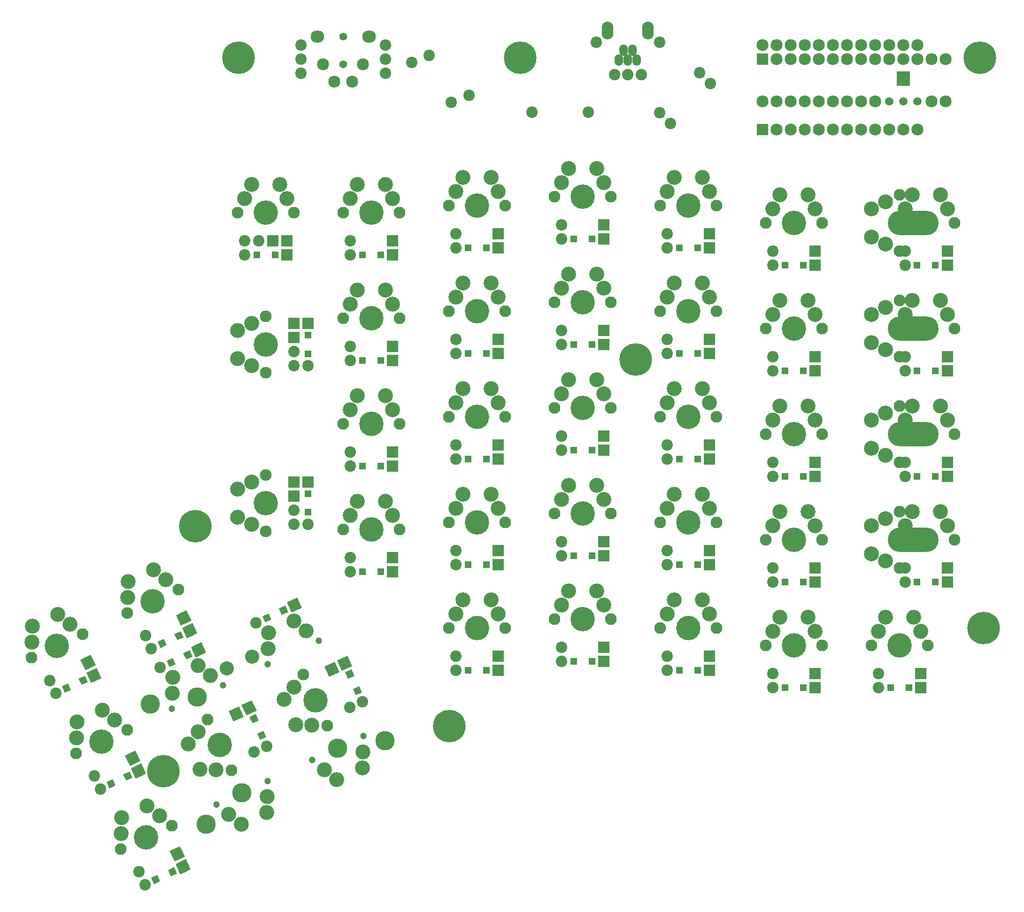
<source format=gts>
G04 #@! TF.FileFunction,Soldermask,Top*
%FSLAX46Y46*%
G04 Gerber Fmt 4.6, Leading zero omitted, Abs format (unit mm)*
G04 Created by KiCad (PCBNEW (2016-11-25 revision 30df041)-makepkg) date 12/05/16 22:00:37*
%MOMM*%
%LPD*%
G01*
G04 APERTURE LIST*
%ADD10C,0.150000*%
%ADD11C,2.159000*%
%ADD12R,2.159000X2.159000*%
%ADD13C,1.498600*%
%ADD14C,2.057400*%
%ADD15C,1.244600*%
%ADD16R,2.057400X2.057400*%
%ADD17O,1.549400X2.057400*%
%ADD18O,2.108200X3.200400*%
%ADD19C,2.692400*%
%ADD20C,1.193800*%
%ADD21C,3.479800*%
%ADD22R,2.438400X1.422400*%
%ADD23O,2.463800X2.159000*%
%ADD24C,1.397000*%
%ADD25C,2.540000*%
%ADD26C,5.867400*%
%ADD27C,2.108200*%
%ADD28C,2.689860*%
%ADD29R,1.244600X1.244600*%
%ADD30C,2.687320*%
%ADD31O,9.156700X4.394200*%
%ADD32C,4.394200*%
G04 APERTURE END LIST*
D10*
D11*
X164465000Y-37465000D03*
X167005000Y-37465000D03*
X169545000Y-37465000D03*
X172085000Y-37465000D03*
X174625000Y-37465000D03*
X177165000Y-37465000D03*
X179705000Y-37465000D03*
X182245000Y-37465000D03*
X184785000Y-37465000D03*
X187325000Y-37465000D03*
X189865000Y-37465000D03*
X192405000Y-37465000D03*
X194945000Y-37465000D03*
D12*
X161925000Y-37465000D03*
D11*
X194945000Y-45085000D03*
X192405000Y-45085000D03*
D13*
X189865000Y-45085000D03*
X187325000Y-45085000D03*
X184785000Y-45085000D03*
D11*
X182245000Y-45085000D03*
X179705000Y-45085000D03*
X177165000Y-45085000D03*
X174625000Y-45085000D03*
X172085000Y-45085000D03*
X169545000Y-45085000D03*
X167005000Y-45085000D03*
X164465000Y-45085000D03*
X161925000Y-45085000D03*
D14*
X53341367Y-147187736D03*
D15*
X55286576Y-146280670D03*
D10*
G36*
X54985576Y-147107661D02*
X54459585Y-145979670D01*
X55587576Y-145453679D01*
X56113567Y-146581670D01*
X54985576Y-147107661D01*
X54985576Y-147107661D01*
G37*
D14*
X60247433Y-143967384D03*
D10*
G36*
X59749862Y-145334450D02*
X58880367Y-143469813D01*
X60745004Y-142600318D01*
X61614499Y-144464955D01*
X59749862Y-145334450D01*
X59749862Y-145334450D01*
G37*
D15*
X58302224Y-144874450D03*
D10*
G36*
X58001224Y-145701441D02*
X57475233Y-144573450D01*
X58603224Y-144047459D01*
X59129215Y-145175450D01*
X58001224Y-145701441D01*
X58001224Y-145701441D01*
G37*
D14*
X70605747Y-139135936D03*
D15*
X72550956Y-138228870D03*
D10*
G36*
X72249956Y-139055861D02*
X71723965Y-137927870D01*
X72851956Y-137401879D01*
X73377947Y-138529870D01*
X72249956Y-139055861D01*
X72249956Y-139055861D01*
G37*
D14*
X77511813Y-135915584D03*
D10*
G36*
X77014242Y-137282650D02*
X76144747Y-135418013D01*
X78009384Y-134548518D01*
X78878879Y-136413155D01*
X77014242Y-137282650D01*
X77014242Y-137282650D01*
G37*
D15*
X75566604Y-136822650D03*
D10*
G36*
X75265604Y-137649641D02*
X74739613Y-136521650D01*
X75867604Y-135995659D01*
X76393595Y-137123650D01*
X75265604Y-137649641D01*
X75265604Y-137649641D01*
G37*
D14*
X77470000Y-118755160D03*
D16*
X77470000Y-116215160D03*
D14*
X77470000Y-90180160D03*
D16*
X77470000Y-87640160D03*
D14*
X71120000Y-70180200D03*
D16*
X73660000Y-70180200D03*
D17*
X139242800Y-37553900D03*
X138442700Y-35806380D03*
X137642600Y-37553900D03*
X136842500Y-35806380D03*
X136042400Y-37553900D03*
D18*
X133995160Y-32230060D03*
X141290040Y-32230060D03*
D14*
X140055600Y-40259000D03*
X143357600Y-34417000D03*
X137642600Y-40259000D03*
X131927600Y-34417000D03*
X135229600Y-40259000D03*
D19*
X77434621Y-138754526D03*
X72753017Y-143740174D03*
D20*
X72675456Y-146578921D03*
X81883544Y-142285119D03*
D19*
X79659082Y-140519823D03*
X72830577Y-140901427D03*
X60170241Y-146806326D03*
X55488637Y-151791974D03*
D21*
X60015120Y-152483820D03*
D20*
X55411076Y-154630721D03*
X64619164Y-150336919D03*
D19*
X62394702Y-148571623D03*
X55566197Y-148953227D03*
X85176179Y-167376434D03*
X89857783Y-162390786D03*
D21*
X85331300Y-161698940D03*
D20*
X89935344Y-159552039D03*
X80727256Y-163845841D03*
D19*
X82951718Y-165611137D03*
X89780223Y-165229533D03*
X67909259Y-175425694D03*
X72590863Y-170440046D03*
D21*
X68064380Y-169748200D03*
D20*
X72668424Y-167601299D03*
X63460336Y-171895101D03*
D19*
X65684798Y-173660397D03*
X72513303Y-173278793D03*
D14*
X152499602Y-41810398D03*
X145315398Y-48994602D03*
X150594602Y-39905398D03*
X143410398Y-47089602D03*
X130492500Y-46990000D03*
X120332500Y-46990000D03*
X101817898Y-36730398D03*
X109002102Y-43914602D03*
X98642898Y-38000398D03*
X105827102Y-45184602D03*
X78740000Y-40005000D03*
X78740000Y-37465000D03*
X78740000Y-34925000D03*
X93980000Y-40005000D03*
X93980000Y-37465000D03*
X93980000Y-34925000D03*
D12*
X161925000Y-50165000D03*
D11*
X164465000Y-50165000D03*
X167005000Y-50165000D03*
X169545000Y-50165000D03*
X172085000Y-50165000D03*
X174625000Y-50165000D03*
X177165000Y-50165000D03*
X179705000Y-50165000D03*
X182245000Y-50165000D03*
X184785000Y-50165000D03*
X187325000Y-50165000D03*
X189865000Y-50165000D03*
X189865000Y-34925000D03*
X187325000Y-34925000D03*
X184785000Y-34925000D03*
X182245000Y-34925000D03*
X179705000Y-34925000D03*
X177165000Y-34925000D03*
X174625000Y-34925000D03*
X167005000Y-34925000D03*
X164465000Y-34925000D03*
X161925000Y-34925000D03*
X172085000Y-34925000D03*
X169545000Y-34925000D03*
D22*
X187325000Y-40322500D03*
X187325000Y-41592500D03*
D23*
X90957400Y-33375600D03*
D11*
X82702400Y-38379400D03*
X87909400Y-41478200D03*
D23*
X81661000Y-33375600D03*
D11*
X84709000Y-41478200D03*
X89916000Y-38379400D03*
D24*
X86309200Y-33375600D03*
X86309200Y-38379400D03*
D25*
X69927083Y-145197966D03*
D21*
X93829648Y-160396270D03*
D25*
X65323823Y-147345789D03*
D21*
X61602126Y-175425496D03*
X51511692Y-153786490D03*
D26*
X53898800Y-165836600D03*
X59664600Y-121666000D03*
X105435400Y-157759400D03*
X201777600Y-140055600D03*
X139039600Y-91592400D03*
X201142600Y-37134800D03*
X118211600Y-37134800D03*
X67411600Y-37134800D03*
D19*
X193992500Y-80972660D03*
X187642500Y-83512660D03*
D27*
X196532500Y-86052660D03*
D28*
X195262500Y-83512660D03*
D19*
X188912500Y-80972660D03*
D14*
X187642500Y-91132660D03*
D16*
X195262500Y-91132660D03*
D14*
X187642500Y-93672660D03*
D16*
X195262500Y-93672660D03*
D29*
X189788800Y-93672660D03*
X193116200Y-93672660D03*
D30*
X181610000Y-83512660D03*
X184150000Y-82242660D03*
X184150000Y-89862660D03*
X181610000Y-88592660D03*
D31*
X189069980Y-86052660D03*
D27*
X186690000Y-91132660D03*
X186690000Y-80972660D03*
D19*
X193992500Y-119072660D03*
X187642500Y-121612660D03*
D27*
X196532500Y-124152660D03*
D28*
X195262500Y-121612660D03*
D19*
X188912500Y-119072660D03*
D14*
X187642500Y-129232660D03*
D16*
X195262500Y-129232660D03*
D14*
X187642500Y-131772660D03*
D16*
X195262500Y-131772660D03*
D29*
X189788800Y-131772660D03*
X193116200Y-131772660D03*
D30*
X181610000Y-121612660D03*
X184150000Y-120342660D03*
X184150000Y-127962660D03*
X181610000Y-126692660D03*
D31*
X189069980Y-124152660D03*
D27*
X186690000Y-129232660D03*
X186690000Y-119072660D03*
D19*
X193992500Y-61925200D03*
X187642500Y-64465200D03*
D27*
X196532500Y-67005200D03*
D28*
X195262500Y-64465200D03*
D19*
X188912500Y-61925200D03*
D14*
X187642500Y-72085200D03*
D16*
X195262500Y-72085200D03*
D14*
X187642500Y-74625200D03*
D16*
X195262500Y-74625200D03*
D29*
X189788800Y-74625200D03*
X193116200Y-74625200D03*
D30*
X181610000Y-64465200D03*
X184150000Y-63195200D03*
X184150000Y-70815200D03*
X181610000Y-69545200D03*
D31*
X189069980Y-67005200D03*
D27*
X186690000Y-72085200D03*
X186690000Y-61925200D03*
D19*
X193992500Y-100022660D03*
X187642500Y-102562660D03*
D27*
X196532500Y-105102660D03*
D28*
X195262500Y-102562660D03*
D19*
X188912500Y-100022660D03*
D14*
X187642500Y-110182660D03*
D16*
X195262500Y-110182660D03*
D14*
X187642500Y-112722660D03*
D16*
X195262500Y-112722660D03*
D29*
X189788800Y-112722660D03*
X193116200Y-112722660D03*
D30*
X181610000Y-102562660D03*
X184150000Y-101292660D03*
X184150000Y-108912660D03*
X181610000Y-107642660D03*
D31*
X189069980Y-105102660D03*
D27*
X186690000Y-110182660D03*
X186690000Y-100022660D03*
D19*
X93980000Y-60020200D03*
X87630000Y-62560200D03*
D32*
X91440000Y-65100200D03*
D27*
X86360000Y-65100200D03*
X96520000Y-65100200D03*
D19*
X95250000Y-62560200D03*
X88900000Y-60020200D03*
D14*
X87630000Y-70180200D03*
D16*
X95250000Y-70180200D03*
D14*
X87630000Y-72720200D03*
D16*
X95250000Y-72720200D03*
D29*
X89776300Y-72720200D03*
X93103700Y-72720200D03*
D19*
X151130000Y-77797660D03*
X144780000Y-80337660D03*
D32*
X148590000Y-82877660D03*
D27*
X143510000Y-82877660D03*
X153670000Y-82877660D03*
D19*
X152400000Y-80337660D03*
X146050000Y-77797660D03*
D14*
X144780000Y-87957660D03*
D16*
X152400000Y-87957660D03*
D14*
X144780000Y-90497660D03*
D16*
X152400000Y-90497660D03*
D29*
X146926300Y-90497660D03*
X150253700Y-90497660D03*
D19*
X58360986Y-160962159D03*
X63346634Y-165643763D03*
D32*
X64038480Y-161117280D03*
D27*
X66185381Y-165721324D03*
X61891579Y-156513236D03*
D19*
X60126283Y-158737698D03*
X60507887Y-165566203D03*
D14*
X70252699Y-162423412D03*
X67032348Y-155517347D03*
D10*
G36*
X68399414Y-156014918D02*
X66534777Y-156884413D01*
X65665282Y-155019776D01*
X67529919Y-154150281D01*
X68399414Y-156014918D01*
X68399414Y-156014918D01*
G37*
D14*
X72554721Y-161349962D03*
X69334370Y-154443896D03*
D10*
G36*
X70701436Y-154941467D02*
X68836799Y-155810962D01*
X67967304Y-153946325D01*
X69831941Y-153076830D01*
X70701436Y-154941467D01*
X70701436Y-154941467D01*
G37*
D15*
X71647655Y-159404753D03*
D10*
G36*
X72474646Y-159705753D02*
X71346655Y-160231744D01*
X70820664Y-159103753D01*
X71948655Y-158577762D01*
X72474646Y-159705753D01*
X72474646Y-159705753D01*
G37*
D15*
X70241435Y-156389105D03*
D10*
G36*
X71068426Y-156690105D02*
X69940435Y-157216096D01*
X69414444Y-156088105D01*
X70542435Y-155562114D01*
X71068426Y-156690105D01*
X71068426Y-156690105D01*
G37*
D19*
X75625366Y-152910359D03*
X80611014Y-157591963D03*
D32*
X81302860Y-153065480D03*
D27*
X83449761Y-157669524D03*
X79155959Y-148461436D03*
D19*
X77390663Y-150685898D03*
X77772267Y-157514403D03*
D14*
X87517079Y-154371612D03*
X84296728Y-147465547D03*
D10*
G36*
X85663794Y-147963118D02*
X83799157Y-148832613D01*
X82929662Y-146967976D01*
X84794299Y-146098481D01*
X85663794Y-147963118D01*
X85663794Y-147963118D01*
G37*
D14*
X89819101Y-153298162D03*
X86598750Y-146392096D03*
D10*
G36*
X87965816Y-146889667D02*
X86101179Y-147759162D01*
X85231684Y-145894525D01*
X87096321Y-145025030D01*
X87965816Y-146889667D01*
X87965816Y-146889667D01*
G37*
D15*
X88912035Y-151352953D03*
D10*
G36*
X89739026Y-151653953D02*
X88611035Y-152179944D01*
X88085044Y-151051953D01*
X89213035Y-150525962D01*
X89739026Y-151653953D01*
X89739026Y-151653953D01*
G37*
D15*
X87505815Y-148337305D03*
D10*
G36*
X88332806Y-148638305D02*
X87204815Y-149164296D01*
X86678824Y-148036305D01*
X87806815Y-147510314D01*
X88332806Y-148638305D01*
X88332806Y-148638305D01*
G37*
D19*
X113030000Y-134947660D03*
X106680000Y-137487660D03*
D32*
X110490000Y-140027660D03*
D27*
X105410000Y-140027660D03*
X115570000Y-140027660D03*
D19*
X114300000Y-137487660D03*
X107950000Y-134947660D03*
D14*
X106680000Y-145107660D03*
D16*
X114300000Y-145107660D03*
D14*
X106680000Y-147647660D03*
D16*
X114300000Y-147647660D03*
D29*
X108826300Y-147647660D03*
X112153700Y-147647660D03*
D19*
X132080000Y-133350000D03*
X125730000Y-135890000D03*
D32*
X129540000Y-138430000D03*
D27*
X124460000Y-138430000D03*
X134620000Y-138430000D03*
D19*
X133350000Y-135890000D03*
X127000000Y-133350000D03*
D14*
X125730000Y-143510000D03*
D16*
X133350000Y-143510000D03*
D14*
X125730000Y-146050000D03*
D16*
X133350000Y-146050000D03*
D29*
X127876300Y-146050000D03*
X131203700Y-146050000D03*
D19*
X170180000Y-138122660D03*
X163830000Y-140662660D03*
D32*
X167640000Y-143202660D03*
D27*
X162560000Y-143202660D03*
X172720000Y-143202660D03*
D19*
X171450000Y-140662660D03*
X165100000Y-138122660D03*
D14*
X163830000Y-148282660D03*
D16*
X171450000Y-148282660D03*
D14*
X163830000Y-150822660D03*
D16*
X171450000Y-150822660D03*
D29*
X165976300Y-150822660D03*
X169303700Y-150822660D03*
D19*
X93980000Y-117167660D03*
X87630000Y-119707660D03*
D32*
X91440000Y-122247660D03*
D27*
X86360000Y-122247660D03*
X96520000Y-122247660D03*
D19*
X95250000Y-119707660D03*
X88900000Y-117167660D03*
D14*
X87630000Y-127327660D03*
D16*
X95250000Y-127327660D03*
D14*
X87630000Y-129867660D03*
D16*
X95250000Y-129867660D03*
D29*
X89776300Y-129867660D03*
X93103700Y-129867660D03*
D19*
X113030000Y-115897660D03*
X106680000Y-118437660D03*
D32*
X110490000Y-120977660D03*
D27*
X105410000Y-120977660D03*
X115570000Y-120977660D03*
D19*
X114300000Y-118437660D03*
X107950000Y-115897660D03*
D14*
X106680000Y-126057660D03*
D16*
X114300000Y-126057660D03*
D14*
X106680000Y-128597660D03*
D16*
X114300000Y-128597660D03*
D29*
X108826300Y-128597660D03*
X112153700Y-128597660D03*
D19*
X132080000Y-114300000D03*
X125730000Y-116840000D03*
D32*
X129540000Y-119380000D03*
D27*
X124460000Y-119380000D03*
X134620000Y-119380000D03*
D19*
X133350000Y-116840000D03*
X127000000Y-114300000D03*
D14*
X125730000Y-124460000D03*
D16*
X133350000Y-124460000D03*
D14*
X125730000Y-127000000D03*
D16*
X133350000Y-127000000D03*
D29*
X127876300Y-127000000D03*
X131203700Y-127000000D03*
D19*
X151130000Y-115897660D03*
X144780000Y-118437660D03*
D32*
X148590000Y-120977660D03*
D27*
X143510000Y-120977660D03*
X153670000Y-120977660D03*
D19*
X152400000Y-118437660D03*
X146050000Y-115897660D03*
D14*
X144780000Y-126057660D03*
D16*
X152400000Y-126057660D03*
D14*
X144780000Y-128597660D03*
D16*
X152400000Y-128597660D03*
D29*
X146926300Y-128597660D03*
X150253700Y-128597660D03*
D19*
X170180000Y-119072660D03*
X163830000Y-121612660D03*
D32*
X167640000Y-124152660D03*
D27*
X162560000Y-124152660D03*
X172720000Y-124152660D03*
D19*
X171450000Y-121612660D03*
X165100000Y-119072660D03*
D14*
X163830000Y-129232660D03*
D16*
X171450000Y-129232660D03*
D14*
X163830000Y-131772660D03*
D16*
X171450000Y-131772660D03*
D29*
X165976300Y-131772660D03*
X169303700Y-131772660D03*
D19*
X93980000Y-98117660D03*
X87630000Y-100657660D03*
D32*
X91440000Y-103197660D03*
D27*
X86360000Y-103197660D03*
X96520000Y-103197660D03*
D19*
X95250000Y-100657660D03*
X88900000Y-98117660D03*
D14*
X87630000Y-108277660D03*
D16*
X95250000Y-108277660D03*
D14*
X87630000Y-110817660D03*
D16*
X95250000Y-110817660D03*
D29*
X89776300Y-110817660D03*
X93103700Y-110817660D03*
D19*
X113030000Y-96847660D03*
X106680000Y-99387660D03*
D32*
X110490000Y-101927660D03*
D27*
X105410000Y-101927660D03*
X115570000Y-101927660D03*
D19*
X114300000Y-99387660D03*
X107950000Y-96847660D03*
D14*
X106680000Y-107007660D03*
D16*
X114300000Y-107007660D03*
D14*
X106680000Y-109547660D03*
D16*
X114300000Y-109547660D03*
D29*
X108826300Y-109547660D03*
X112153700Y-109547660D03*
D19*
X132080000Y-95250000D03*
X125730000Y-97790000D03*
D32*
X129540000Y-100330000D03*
D27*
X124460000Y-100330000D03*
X134620000Y-100330000D03*
D19*
X133350000Y-97790000D03*
X127000000Y-95250000D03*
D14*
X125730000Y-105410000D03*
D16*
X133350000Y-105410000D03*
D14*
X125730000Y-107950000D03*
D16*
X133350000Y-107950000D03*
D29*
X127876300Y-107950000D03*
X131203700Y-107950000D03*
D19*
X151130000Y-96847660D03*
X144780000Y-99387660D03*
D32*
X148590000Y-101927660D03*
D27*
X143510000Y-101927660D03*
X153670000Y-101927660D03*
D19*
X152400000Y-99387660D03*
X146050000Y-96847660D03*
D14*
X144780000Y-107007660D03*
D16*
X152400000Y-107007660D03*
D14*
X144780000Y-109547660D03*
D16*
X152400000Y-109547660D03*
D29*
X146926300Y-109547660D03*
X150253700Y-109547660D03*
D19*
X113030000Y-77797660D03*
X106680000Y-80337660D03*
D32*
X110490000Y-82877660D03*
D27*
X105410000Y-82877660D03*
X115570000Y-82877660D03*
D19*
X114300000Y-80337660D03*
X107950000Y-77797660D03*
D14*
X106680000Y-87957660D03*
D16*
X114300000Y-87957660D03*
D14*
X106680000Y-90497660D03*
D16*
X114300000Y-90497660D03*
D29*
X108826300Y-90497660D03*
X112153700Y-90497660D03*
D19*
X132080000Y-76200000D03*
X125730000Y-78740000D03*
D32*
X129540000Y-81280000D03*
D27*
X124460000Y-81280000D03*
X134620000Y-81280000D03*
D19*
X133350000Y-78740000D03*
X127000000Y-76200000D03*
D14*
X125730000Y-86360000D03*
D16*
X133350000Y-86360000D03*
D14*
X125730000Y-88900000D03*
D16*
X133350000Y-88900000D03*
D29*
X127876300Y-88900000D03*
X131203700Y-88900000D03*
D19*
X170180000Y-80972660D03*
X163830000Y-83512660D03*
D32*
X167640000Y-86052660D03*
D27*
X162560000Y-86052660D03*
X172720000Y-86052660D03*
D19*
X171450000Y-83512660D03*
X165100000Y-80972660D03*
D14*
X163830000Y-91132660D03*
D16*
X171450000Y-91132660D03*
D14*
X163830000Y-93672660D03*
D16*
X171450000Y-93672660D03*
D29*
X165976300Y-93672660D03*
X169303700Y-93672660D03*
D19*
X151130000Y-134947660D03*
X144780000Y-137487660D03*
D32*
X148590000Y-140027660D03*
D27*
X143510000Y-140027660D03*
X153670000Y-140027660D03*
D19*
X152400000Y-137487660D03*
X146050000Y-134947660D03*
D14*
X144780000Y-145107660D03*
D16*
X152400000Y-145107660D03*
D14*
X144780000Y-147647660D03*
D16*
X152400000Y-147647660D03*
D29*
X146926300Y-147647660D03*
X150253700Y-147647660D03*
D19*
X113030000Y-58747660D03*
X106680000Y-61287660D03*
D32*
X110490000Y-63827660D03*
D27*
X105410000Y-63827660D03*
X115570000Y-63827660D03*
D19*
X114300000Y-61287660D03*
X107950000Y-58747660D03*
D14*
X106680000Y-68907660D03*
D16*
X114300000Y-68907660D03*
D14*
X106680000Y-71447660D03*
D16*
X114300000Y-71447660D03*
D29*
X108826300Y-71447660D03*
X112153700Y-71447660D03*
D19*
X132080000Y-57150000D03*
X125730000Y-59690000D03*
D32*
X129540000Y-62230000D03*
D27*
X124460000Y-62230000D03*
X134620000Y-62230000D03*
D19*
X133350000Y-59690000D03*
X127000000Y-57150000D03*
D14*
X125730000Y-67310000D03*
D16*
X133350000Y-67310000D03*
D14*
X125730000Y-69850000D03*
D16*
X133350000Y-69850000D03*
D29*
X127876300Y-69850000D03*
X131203700Y-69850000D03*
D19*
X151130000Y-58747660D03*
X144780000Y-61287660D03*
D32*
X148590000Y-63827660D03*
D27*
X143510000Y-63827660D03*
X153670000Y-63827660D03*
D19*
X152400000Y-61287660D03*
X146050000Y-58747660D03*
D14*
X144780000Y-68907660D03*
D16*
X152400000Y-68907660D03*
D14*
X144780000Y-71447660D03*
D16*
X152400000Y-71447660D03*
D29*
X146926300Y-71447660D03*
X150253700Y-71447660D03*
D19*
X170180000Y-61925200D03*
X163830000Y-64465200D03*
D32*
X167640000Y-67005200D03*
D27*
X162560000Y-67005200D03*
X172720000Y-67005200D03*
D19*
X171450000Y-64465200D03*
X165100000Y-61925200D03*
D14*
X163830000Y-72085200D03*
D16*
X171450000Y-72085200D03*
D14*
X163830000Y-74625200D03*
D16*
X171450000Y-74625200D03*
D29*
X165976300Y-74625200D03*
X169303700Y-74625200D03*
D19*
X52118441Y-129541946D03*
X47436837Y-134527594D03*
D32*
X51963320Y-135219440D03*
D27*
X47359276Y-137366341D03*
X56567364Y-133072539D03*
D19*
X54342902Y-131307243D03*
X47514397Y-131688847D03*
D14*
X50657188Y-141433659D03*
X57563253Y-138213308D03*
D10*
G36*
X57065682Y-139580374D02*
X56196187Y-137715737D01*
X58060824Y-136846242D01*
X58930319Y-138710879D01*
X57065682Y-139580374D01*
X57065682Y-139580374D01*
G37*
D14*
X51730638Y-143735681D03*
X58636704Y-140515330D03*
D10*
G36*
X58139133Y-141882396D02*
X57269638Y-140017759D01*
X59134275Y-139148264D01*
X60003770Y-141012901D01*
X58139133Y-141882396D01*
X58139133Y-141882396D01*
G37*
D15*
X53675847Y-142828615D03*
D10*
G36*
X53374847Y-143655606D02*
X52848856Y-142527615D01*
X53976847Y-142001624D01*
X54502838Y-143129615D01*
X53374847Y-143655606D01*
X53374847Y-143655606D01*
G37*
D15*
X56691495Y-141422395D03*
D10*
G36*
X56390495Y-142249386D02*
X55864504Y-141121395D01*
X56992495Y-140595404D01*
X57518486Y-141723395D01*
X56390495Y-142249386D01*
X56390495Y-142249386D01*
G37*
D19*
X34854061Y-137591206D03*
X30172457Y-142576854D03*
D32*
X34698940Y-143268700D03*
D27*
X30094896Y-145415601D03*
X39302984Y-141121799D03*
D19*
X37078522Y-139356503D03*
X30250017Y-139738107D03*
D14*
X33392808Y-149482919D03*
X40298873Y-146262568D03*
D10*
G36*
X39801302Y-147629634D02*
X38931807Y-145764997D01*
X40796444Y-144895502D01*
X41665939Y-146760139D01*
X39801302Y-147629634D01*
X39801302Y-147629634D01*
G37*
D14*
X34466258Y-151784941D03*
X41372324Y-148564590D03*
D10*
G36*
X40874753Y-149931656D02*
X40005258Y-148067019D01*
X41869895Y-147197524D01*
X42739390Y-149062161D01*
X40874753Y-149931656D01*
X40874753Y-149931656D01*
G37*
D15*
X36411467Y-150877875D03*
D10*
G36*
X36110467Y-151704866D02*
X35584476Y-150576875D01*
X36712467Y-150050884D01*
X37238458Y-151178875D01*
X36110467Y-151704866D01*
X36110467Y-151704866D01*
G37*
D15*
X39427115Y-149471655D03*
D10*
G36*
X39126115Y-150298646D02*
X38600124Y-149170655D01*
X39728115Y-148644664D01*
X40254106Y-149772655D01*
X39126115Y-150298646D01*
X39126115Y-150298646D01*
G37*
D19*
X50955121Y-172122506D03*
X46273517Y-177108154D03*
D32*
X50800000Y-177800000D03*
D27*
X46195956Y-179946901D03*
X55404044Y-175653099D03*
D19*
X53179582Y-173887803D03*
X46351077Y-174269407D03*
D14*
X49493868Y-184014219D03*
X56399933Y-180793868D03*
D10*
G36*
X55902362Y-182160934D02*
X55032867Y-180296297D01*
X56897504Y-179426802D01*
X57766999Y-181291439D01*
X55902362Y-182160934D01*
X55902362Y-182160934D01*
G37*
D14*
X50567318Y-186316241D03*
X57473384Y-183095890D03*
D10*
G36*
X56975813Y-184462956D02*
X56106318Y-182598319D01*
X57970955Y-181728824D01*
X58840450Y-183593461D01*
X56975813Y-184462956D01*
X56975813Y-184462956D01*
G37*
D15*
X52512527Y-185409175D03*
D10*
G36*
X52211527Y-186236166D02*
X51685536Y-185108175D01*
X52813527Y-184582184D01*
X53339518Y-185710175D01*
X52211527Y-186236166D01*
X52211527Y-186236166D01*
G37*
D15*
X55528175Y-184002955D03*
D10*
G36*
X55227175Y-184829946D02*
X54701184Y-183701955D01*
X55829175Y-183175964D01*
X56355166Y-184303955D01*
X55227175Y-184829946D01*
X55227175Y-184829946D01*
G37*
D19*
X42903321Y-154855586D03*
X38221717Y-159841234D03*
D32*
X42748200Y-160533080D03*
D27*
X38144156Y-162679981D03*
X47352244Y-158386179D03*
D19*
X45127782Y-156620883D03*
X38299277Y-157002487D03*
D14*
X41442068Y-166747299D03*
X48348133Y-163526948D03*
D10*
G36*
X47850562Y-164894014D02*
X46981067Y-163029377D01*
X48845704Y-162159882D01*
X49715199Y-164024519D01*
X47850562Y-164894014D01*
X47850562Y-164894014D01*
G37*
D14*
X42515518Y-169049321D03*
X49421584Y-165828970D03*
D10*
G36*
X48924013Y-167196036D02*
X48054518Y-165331399D01*
X49919155Y-164461904D01*
X50788650Y-166326541D01*
X48924013Y-167196036D01*
X48924013Y-167196036D01*
G37*
D15*
X44460727Y-168142255D03*
D10*
G36*
X44159727Y-168969246D02*
X43633736Y-167841255D01*
X44761727Y-167315264D01*
X45287718Y-168443255D01*
X44159727Y-168969246D01*
X44159727Y-168969246D01*
G37*
D15*
X47476375Y-166736035D03*
D10*
G36*
X47175375Y-167563026D02*
X46649384Y-166435035D01*
X47777375Y-165909044D01*
X48303366Y-167037035D01*
X47175375Y-167563026D01*
X47175375Y-167563026D01*
G37*
D19*
X93980000Y-79067660D03*
X87630000Y-81607660D03*
D32*
X91440000Y-84147660D03*
D27*
X86360000Y-84147660D03*
X96520000Y-84147660D03*
D19*
X95250000Y-81607660D03*
X88900000Y-79067660D03*
D14*
X87630000Y-89227660D03*
D16*
X95250000Y-89227660D03*
D14*
X87630000Y-91767660D03*
D16*
X95250000Y-91767660D03*
D29*
X89776300Y-91767660D03*
X93103700Y-91767660D03*
D19*
X189230000Y-138122660D03*
X182880000Y-140662660D03*
D32*
X186690000Y-143202660D03*
D27*
X181610000Y-143202660D03*
X191770000Y-143202660D03*
D19*
X190500000Y-140662660D03*
X184150000Y-138122660D03*
D14*
X182880000Y-148282660D03*
D16*
X190500000Y-148282660D03*
D14*
X182880000Y-150822660D03*
D16*
X190500000Y-150822660D03*
D29*
X185026300Y-150822660D03*
X188353700Y-150822660D03*
D19*
X67310000Y-114945160D03*
X69850000Y-121295160D03*
D32*
X72390000Y-117485160D03*
D27*
X72390000Y-122565160D03*
X72390000Y-112405160D03*
D19*
X69850000Y-113675160D03*
X67310000Y-120025160D03*
D14*
X77470000Y-121295160D03*
D16*
X77470000Y-113675160D03*
D14*
X80010000Y-121295160D03*
D16*
X80010000Y-113675160D03*
D29*
X80010000Y-119148860D03*
X80010000Y-115821460D03*
D19*
X67310000Y-86370160D03*
X69850000Y-92720160D03*
D32*
X72390000Y-88910160D03*
D27*
X72390000Y-93990160D03*
X72390000Y-83830160D03*
D19*
X69850000Y-85100160D03*
X67310000Y-91450160D03*
D14*
X77470000Y-92720160D03*
D16*
X77470000Y-85100160D03*
D14*
X80010000Y-92720160D03*
D16*
X80010000Y-85100160D03*
D29*
X80010000Y-90573860D03*
X80010000Y-87246460D03*
D19*
X74930000Y-60020200D03*
X68580000Y-62560200D03*
D32*
X72390000Y-65100200D03*
D27*
X67310000Y-65100200D03*
X77470000Y-65100200D03*
D19*
X76200000Y-62560200D03*
X69850000Y-60020200D03*
D14*
X68580000Y-70180200D03*
D16*
X76200000Y-70180200D03*
D14*
X68580000Y-72720200D03*
D16*
X76200000Y-72720200D03*
D29*
X70726300Y-72720200D03*
X74053700Y-72720200D03*
D19*
X170180000Y-100022660D03*
X163830000Y-102562660D03*
D32*
X167640000Y-105102660D03*
D27*
X162560000Y-105102660D03*
X172720000Y-105102660D03*
D19*
X171450000Y-102562660D03*
X165100000Y-100022660D03*
D14*
X163830000Y-110182660D03*
D16*
X171450000Y-110182660D03*
D14*
X163830000Y-112722660D03*
D16*
X171450000Y-112722660D03*
D29*
X165976300Y-112722660D03*
X169303700Y-112722660D03*
M02*

</source>
